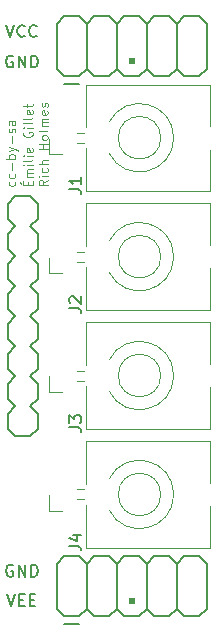
<source format=gbr>
G04 #@! TF.GenerationSoftware,KiCad,Pcbnew,5.1.5-52549c5~84~ubuntu18.04.1*
G04 #@! TF.CreationDate,2020-03-23T11:22:08-04:00*
G04 #@! TF.ProjectId,bbf-eurojacks-thonkiconn,6262662d-6575-4726-9f6a-61636b732d74,rev?*
G04 #@! TF.SameCoordinates,Original*
G04 #@! TF.FileFunction,Legend,Top*
G04 #@! TF.FilePolarity,Positive*
%FSLAX46Y46*%
G04 Gerber Fmt 4.6, Leading zero omitted, Abs format (unit mm)*
G04 Created by KiCad (PCBNEW 5.1.5-52549c5~84~ubuntu18.04.1) date 2020-03-23 11:22:08*
%MOMM*%
%LPD*%
G04 APERTURE LIST*
%ADD10C,0.150000*%
%ADD11C,0.121920*%
%ADD12C,0.100000*%
%ADD13C,0.203200*%
%ADD14C,0.152400*%
%ADD15C,0.120000*%
G04 APERTURE END LIST*
D10*
X141461904Y-128552380D02*
X141795238Y-129552380D01*
X142128571Y-128552380D01*
X142461904Y-129028571D02*
X142795238Y-129028571D01*
X142938095Y-129552380D02*
X142461904Y-129552380D01*
X142461904Y-128552380D01*
X142938095Y-128552380D01*
X143366666Y-129028571D02*
X143700000Y-129028571D01*
X143842857Y-129552380D02*
X143366666Y-129552380D01*
X143366666Y-128552380D01*
X143842857Y-128552380D01*
X141938095Y-126100000D02*
X141842857Y-126052380D01*
X141700000Y-126052380D01*
X141557142Y-126100000D01*
X141461904Y-126195238D01*
X141414285Y-126290476D01*
X141366666Y-126480952D01*
X141366666Y-126623809D01*
X141414285Y-126814285D01*
X141461904Y-126909523D01*
X141557142Y-127004761D01*
X141700000Y-127052380D01*
X141795238Y-127052380D01*
X141938095Y-127004761D01*
X141985714Y-126957142D01*
X141985714Y-126623809D01*
X141795238Y-126623809D01*
X142414285Y-127052380D02*
X142414285Y-126052380D01*
X142985714Y-127052380D01*
X142985714Y-126052380D01*
X143461904Y-127052380D02*
X143461904Y-126052380D01*
X143700000Y-126052380D01*
X143842857Y-126100000D01*
X143938095Y-126195238D01*
X143985714Y-126290476D01*
X144033333Y-126480952D01*
X144033333Y-126623809D01*
X143985714Y-126814285D01*
X143938095Y-126909523D01*
X143842857Y-127004761D01*
X143700000Y-127052380D01*
X143461904Y-127052380D01*
X141938095Y-83000000D02*
X141842857Y-82952380D01*
X141700000Y-82952380D01*
X141557142Y-83000000D01*
X141461904Y-83095238D01*
X141414285Y-83190476D01*
X141366666Y-83380952D01*
X141366666Y-83523809D01*
X141414285Y-83714285D01*
X141461904Y-83809523D01*
X141557142Y-83904761D01*
X141700000Y-83952380D01*
X141795238Y-83952380D01*
X141938095Y-83904761D01*
X141985714Y-83857142D01*
X141985714Y-83523809D01*
X141795238Y-83523809D01*
X142414285Y-83952380D02*
X142414285Y-82952380D01*
X142985714Y-83952380D01*
X142985714Y-82952380D01*
X143461904Y-83952380D02*
X143461904Y-82952380D01*
X143700000Y-82952380D01*
X143842857Y-83000000D01*
X143938095Y-83095238D01*
X143985714Y-83190476D01*
X144033333Y-83380952D01*
X144033333Y-83523809D01*
X143985714Y-83714285D01*
X143938095Y-83809523D01*
X143842857Y-83904761D01*
X143700000Y-83952380D01*
X143461904Y-83952380D01*
X141366666Y-80352380D02*
X141700000Y-81352380D01*
X142033333Y-80352380D01*
X142938095Y-81257142D02*
X142890476Y-81304761D01*
X142747619Y-81352380D01*
X142652380Y-81352380D01*
X142509523Y-81304761D01*
X142414285Y-81209523D01*
X142366666Y-81114285D01*
X142319047Y-80923809D01*
X142319047Y-80780952D01*
X142366666Y-80590476D01*
X142414285Y-80495238D01*
X142509523Y-80400000D01*
X142652380Y-80352380D01*
X142747619Y-80352380D01*
X142890476Y-80400000D01*
X142938095Y-80447619D01*
X143938095Y-81257142D02*
X143890476Y-81304761D01*
X143747619Y-81352380D01*
X143652380Y-81352380D01*
X143509523Y-81304761D01*
X143414285Y-81209523D01*
X143366666Y-81114285D01*
X143319047Y-80923809D01*
X143319047Y-80780952D01*
X143366666Y-80590476D01*
X143414285Y-80495238D01*
X143509523Y-80400000D01*
X143652380Y-80352380D01*
X143747619Y-80352380D01*
X143890476Y-80400000D01*
X143938095Y-80447619D01*
D11*
X143199705Y-93940504D02*
X143199705Y-93683117D01*
X143604170Y-93572809D02*
X143604170Y-93940504D01*
X142832010Y-93940504D01*
X142832010Y-93572809D01*
X142537854Y-93683117D02*
X142648162Y-93793426D01*
X143604170Y-93241883D02*
X143089397Y-93241883D01*
X143162936Y-93241883D02*
X143126166Y-93205113D01*
X143089397Y-93131574D01*
X143089397Y-93021266D01*
X143126166Y-92947727D01*
X143199705Y-92910957D01*
X143604170Y-92910957D01*
X143199705Y-92910957D02*
X143126166Y-92874188D01*
X143089397Y-92800649D01*
X143089397Y-92690340D01*
X143126166Y-92616801D01*
X143199705Y-92580032D01*
X143604170Y-92580032D01*
X143604170Y-92212336D02*
X143089397Y-92212336D01*
X142832010Y-92212336D02*
X142868780Y-92249106D01*
X142905549Y-92212336D01*
X142868780Y-92175567D01*
X142832010Y-92212336D01*
X142905549Y-92212336D01*
X143604170Y-91734332D02*
X143567400Y-91807872D01*
X143493861Y-91844641D01*
X142832010Y-91844641D01*
X143604170Y-91440176D02*
X143089397Y-91440176D01*
X142832010Y-91440176D02*
X142868780Y-91476946D01*
X142905549Y-91440176D01*
X142868780Y-91403407D01*
X142832010Y-91440176D01*
X142905549Y-91440176D01*
X143567400Y-90778325D02*
X143604170Y-90851864D01*
X143604170Y-90998942D01*
X143567400Y-91072481D01*
X143493861Y-91109251D01*
X143199705Y-91109251D01*
X143126166Y-91072481D01*
X143089397Y-90998942D01*
X143089397Y-90851864D01*
X143126166Y-90778325D01*
X143199705Y-90741555D01*
X143273244Y-90741555D01*
X143346783Y-91109251D01*
X142868780Y-89417852D02*
X142832010Y-89491392D01*
X142832010Y-89601700D01*
X142868780Y-89712009D01*
X142942319Y-89785548D01*
X143015858Y-89822317D01*
X143162936Y-89859087D01*
X143273244Y-89859087D01*
X143420322Y-89822317D01*
X143493861Y-89785548D01*
X143567400Y-89712009D01*
X143604170Y-89601700D01*
X143604170Y-89528161D01*
X143567400Y-89417852D01*
X143530631Y-89381083D01*
X143273244Y-89381083D01*
X143273244Y-89528161D01*
X143604170Y-89050157D02*
X143089397Y-89050157D01*
X142832010Y-89050157D02*
X142868780Y-89086927D01*
X142905549Y-89050157D01*
X142868780Y-89013388D01*
X142832010Y-89050157D01*
X142905549Y-89050157D01*
X143604170Y-88572153D02*
X143567400Y-88645692D01*
X143493861Y-88682462D01*
X142832010Y-88682462D01*
X143604170Y-88167689D02*
X143567400Y-88241228D01*
X143493861Y-88277997D01*
X142832010Y-88277997D01*
X143567400Y-87579376D02*
X143604170Y-87652915D01*
X143604170Y-87799993D01*
X143567400Y-87873532D01*
X143493861Y-87910302D01*
X143199705Y-87910302D01*
X143126166Y-87873532D01*
X143089397Y-87799993D01*
X143089397Y-87652915D01*
X143126166Y-87579376D01*
X143199705Y-87542607D01*
X143273244Y-87542607D01*
X143346783Y-87910302D01*
X143089397Y-87321990D02*
X143089397Y-87027833D01*
X142832010Y-87211681D02*
X143493861Y-87211681D01*
X143567400Y-87174912D01*
X143604170Y-87101372D01*
X143604170Y-87027833D01*
X144884330Y-93499270D02*
X144516635Y-93756656D01*
X144884330Y-93940504D02*
X144112170Y-93940504D01*
X144112170Y-93646348D01*
X144148940Y-93572809D01*
X144185709Y-93536039D01*
X144259248Y-93499270D01*
X144369557Y-93499270D01*
X144443096Y-93536039D01*
X144479865Y-93572809D01*
X144516635Y-93646348D01*
X144516635Y-93940504D01*
X144884330Y-93168344D02*
X144369557Y-93168344D01*
X144112170Y-93168344D02*
X144148940Y-93205113D01*
X144185709Y-93168344D01*
X144148940Y-93131574D01*
X144112170Y-93168344D01*
X144185709Y-93168344D01*
X144847560Y-92469723D02*
X144884330Y-92543262D01*
X144884330Y-92690340D01*
X144847560Y-92763879D01*
X144810791Y-92800649D01*
X144737252Y-92837418D01*
X144516635Y-92837418D01*
X144443096Y-92800649D01*
X144406326Y-92763879D01*
X144369557Y-92690340D01*
X144369557Y-92543262D01*
X144406326Y-92469723D01*
X144884330Y-92138797D02*
X144112170Y-92138797D01*
X144884330Y-91807872D02*
X144479865Y-91807872D01*
X144406326Y-91844641D01*
X144369557Y-91918180D01*
X144369557Y-92028489D01*
X144406326Y-92102028D01*
X144443096Y-92138797D01*
X144884330Y-90851864D02*
X144112170Y-90851864D01*
X144479865Y-90851864D02*
X144479865Y-90410630D01*
X144884330Y-90410630D02*
X144112170Y-90410630D01*
X144884330Y-89932626D02*
X144847560Y-90006165D01*
X144810791Y-90042934D01*
X144737252Y-90079704D01*
X144516635Y-90079704D01*
X144443096Y-90042934D01*
X144406326Y-90006165D01*
X144369557Y-89932626D01*
X144369557Y-89822317D01*
X144406326Y-89748778D01*
X144443096Y-89712009D01*
X144516635Y-89675239D01*
X144737252Y-89675239D01*
X144810791Y-89712009D01*
X144847560Y-89748778D01*
X144884330Y-89822317D01*
X144884330Y-89932626D01*
X144884330Y-89234005D02*
X144847560Y-89307544D01*
X144774021Y-89344313D01*
X144112170Y-89344313D01*
X144884330Y-88939849D02*
X144369557Y-88939849D01*
X144443096Y-88939849D02*
X144406326Y-88903079D01*
X144369557Y-88829540D01*
X144369557Y-88719232D01*
X144406326Y-88645692D01*
X144479865Y-88608923D01*
X144884330Y-88608923D01*
X144479865Y-88608923D02*
X144406326Y-88572153D01*
X144369557Y-88498614D01*
X144369557Y-88388306D01*
X144406326Y-88314767D01*
X144479865Y-88277997D01*
X144884330Y-88277997D01*
X144847560Y-87616146D02*
X144884330Y-87689685D01*
X144884330Y-87836763D01*
X144847560Y-87910302D01*
X144774021Y-87947072D01*
X144479865Y-87947072D01*
X144406326Y-87910302D01*
X144369557Y-87836763D01*
X144369557Y-87689685D01*
X144406326Y-87616146D01*
X144479865Y-87579376D01*
X144553404Y-87579376D01*
X144626943Y-87947072D01*
X144847560Y-87285220D02*
X144884330Y-87211681D01*
X144884330Y-87064603D01*
X144847560Y-86991064D01*
X144774021Y-86954294D01*
X144737252Y-86954294D01*
X144663713Y-86991064D01*
X144626943Y-87064603D01*
X144626943Y-87174912D01*
X144590174Y-87248451D01*
X144516635Y-87285220D01*
X144479865Y-87285220D01*
X144406326Y-87248451D01*
X144369557Y-87174912D01*
X144369557Y-87064603D01*
X144406326Y-86991064D01*
X142077560Y-93609578D02*
X142114330Y-93683117D01*
X142114330Y-93830195D01*
X142077560Y-93903734D01*
X142040791Y-93940504D01*
X141967252Y-93977273D01*
X141746635Y-93977273D01*
X141673096Y-93940504D01*
X141636326Y-93903734D01*
X141599557Y-93830195D01*
X141599557Y-93683117D01*
X141636326Y-93609578D01*
X142077560Y-92947727D02*
X142114330Y-93021266D01*
X142114330Y-93168344D01*
X142077560Y-93241883D01*
X142040791Y-93278652D01*
X141967252Y-93315422D01*
X141746635Y-93315422D01*
X141673096Y-93278652D01*
X141636326Y-93241883D01*
X141599557Y-93168344D01*
X141599557Y-93021266D01*
X141636326Y-92947727D01*
X141820174Y-92616801D02*
X141820174Y-92028489D01*
X142114330Y-91660793D02*
X141342170Y-91660793D01*
X141636326Y-91660793D02*
X141599557Y-91587254D01*
X141599557Y-91440176D01*
X141636326Y-91366637D01*
X141673096Y-91329868D01*
X141746635Y-91293098D01*
X141967252Y-91293098D01*
X142040791Y-91329868D01*
X142077560Y-91366637D01*
X142114330Y-91440176D01*
X142114330Y-91587254D01*
X142077560Y-91660793D01*
X141599557Y-91035712D02*
X142114330Y-90851864D01*
X141599557Y-90668016D02*
X142114330Y-90851864D01*
X142298178Y-90925403D01*
X142334947Y-90962172D01*
X142371717Y-91035712D01*
X141820174Y-90373860D02*
X141820174Y-89785548D01*
X142077560Y-89454622D02*
X142114330Y-89381083D01*
X142114330Y-89234005D01*
X142077560Y-89160466D01*
X142004021Y-89123696D01*
X141967252Y-89123696D01*
X141893713Y-89160466D01*
X141856943Y-89234005D01*
X141856943Y-89344313D01*
X141820174Y-89417852D01*
X141746635Y-89454622D01*
X141709865Y-89454622D01*
X141636326Y-89417852D01*
X141599557Y-89344313D01*
X141599557Y-89234005D01*
X141636326Y-89160466D01*
X142114330Y-88461845D02*
X141709865Y-88461845D01*
X141636326Y-88498614D01*
X141599557Y-88572153D01*
X141599557Y-88719232D01*
X141636326Y-88792771D01*
X142077560Y-88461845D02*
X142114330Y-88535384D01*
X142114330Y-88719232D01*
X142077560Y-88792771D01*
X142004021Y-88829540D01*
X141930482Y-88829540D01*
X141856943Y-88792771D01*
X141820174Y-88719232D01*
X141820174Y-88535384D01*
X141783404Y-88461845D01*
D12*
G36*
X152255100Y-129382600D02*
G01*
X152255100Y-128874600D01*
X151747100Y-128874600D01*
X151747100Y-129382600D01*
X152255100Y-129382600D01*
G37*
D13*
X146286100Y-131033600D02*
X147556100Y-131033600D01*
D14*
X156446100Y-130398600D02*
X157716100Y-130398600D01*
X158351100Y-125953600D02*
X158351100Y-129763600D01*
X157716100Y-125318600D02*
X158351100Y-125953600D01*
X156446100Y-125318600D02*
X157716100Y-125318600D01*
X155811100Y-125953600D02*
X156446100Y-125318600D01*
X157716100Y-130398600D02*
X158351100Y-129763600D01*
X155811100Y-129763600D02*
X156446100Y-130398600D01*
X146286100Y-130398600D02*
X147556100Y-130398600D01*
X148826100Y-130398600D02*
X150096100Y-130398600D01*
X151366100Y-130398600D02*
X152636100Y-130398600D01*
X153906100Y-130398600D02*
X155176100Y-130398600D01*
X155811100Y-125953600D02*
X155811100Y-129763600D01*
X153271100Y-125953600D02*
X153271100Y-129763600D01*
X150731100Y-125953600D02*
X150731100Y-129763600D01*
X148191100Y-125953600D02*
X148191100Y-129763600D01*
X155176100Y-125318600D02*
X155811100Y-125953600D01*
X153906100Y-125318600D02*
X155176100Y-125318600D01*
X153271100Y-125953600D02*
X153906100Y-125318600D01*
X152636100Y-125318600D02*
X153271100Y-125953600D01*
X151366100Y-125318600D02*
X152636100Y-125318600D01*
X150731100Y-125953600D02*
X151366100Y-125318600D01*
X150096100Y-125318600D02*
X150731100Y-125953600D01*
X148826100Y-125318600D02*
X150096100Y-125318600D01*
X148191100Y-125953600D02*
X148826100Y-125318600D01*
X147556100Y-125318600D02*
X148191100Y-125953600D01*
X146286100Y-125318600D02*
X147556100Y-125318600D01*
X145651100Y-125953600D02*
X146286100Y-125318600D01*
X145651100Y-129763600D02*
X145651100Y-125953600D01*
X155176100Y-130398600D02*
X155811100Y-129763600D01*
X153271100Y-129763600D02*
X153906100Y-130398600D01*
X152636100Y-130398600D02*
X153271100Y-129763600D01*
X150731100Y-129763600D02*
X151366100Y-130398600D01*
X150096100Y-130398600D02*
X150731100Y-129763600D01*
X148191100Y-129763600D02*
X148826100Y-130398600D01*
X147556100Y-130398600D02*
X148191100Y-129763600D01*
X145651100Y-129763600D02*
X146286100Y-130398600D01*
D15*
X148156100Y-124603600D02*
X158656100Y-124603600D01*
X148156100Y-115603600D02*
X158656100Y-115603600D01*
X150067523Y-121399863D02*
G75*
G03X155551100Y-120103600I2588577J1296263D01*
G01*
X150067523Y-118807337D02*
G75*
G02X155551100Y-120103600I2588577J-1296263D01*
G01*
X158656100Y-115603600D02*
X158656100Y-119103600D01*
X158656100Y-121103600D02*
X158656100Y-124603600D01*
X148156100Y-115603600D02*
X148156100Y-119203600D01*
X148156100Y-121003600D02*
X148156100Y-124603600D01*
X154456100Y-120103600D02*
G75*
G03X154456100Y-120103600I-1800000J0D01*
G01*
X147376100Y-120523600D02*
X147976100Y-120523600D01*
X147376100Y-119683600D02*
X147976100Y-119683600D01*
X144996100Y-121503600D02*
X146096100Y-121503600D01*
X144996100Y-121503600D02*
X144996100Y-120183600D01*
X148156100Y-114535732D02*
X158656100Y-114535732D01*
X148156100Y-105535732D02*
X158656100Y-105535732D01*
X150067523Y-111331995D02*
G75*
G03X155551100Y-110035732I2588577J1296263D01*
G01*
X150067523Y-108739469D02*
G75*
G02X155551100Y-110035732I2588577J-1296263D01*
G01*
X158656100Y-105535732D02*
X158656100Y-109035732D01*
X158656100Y-111035732D02*
X158656100Y-114535732D01*
X148156100Y-105535732D02*
X148156100Y-109135732D01*
X148156100Y-110935732D02*
X148156100Y-114535732D01*
X154456100Y-110035732D02*
G75*
G03X154456100Y-110035732I-1800000J0D01*
G01*
X147376100Y-110455732D02*
X147976100Y-110455732D01*
X147376100Y-109615732D02*
X147976100Y-109615732D01*
X144996100Y-111435732D02*
X146096100Y-111435732D01*
X144996100Y-111435732D02*
X144996100Y-110115732D01*
X148156100Y-104467866D02*
X158656100Y-104467866D01*
X148156100Y-95467866D02*
X158656100Y-95467866D01*
X150067523Y-101264129D02*
G75*
G03X155551100Y-99967866I2588577J1296263D01*
G01*
X150067523Y-98671603D02*
G75*
G02X155551100Y-99967866I2588577J-1296263D01*
G01*
X158656100Y-95467866D02*
X158656100Y-98967866D01*
X158656100Y-100967866D02*
X158656100Y-104467866D01*
X148156100Y-95467866D02*
X148156100Y-99067866D01*
X148156100Y-100867866D02*
X148156100Y-104467866D01*
X154456100Y-99967866D02*
G75*
G03X154456100Y-99967866I-1800000J0D01*
G01*
X147376100Y-100387866D02*
X147976100Y-100387866D01*
X147376100Y-99547866D02*
X147976100Y-99547866D01*
X144996100Y-101367866D02*
X146096100Y-101367866D01*
X144996100Y-101367866D02*
X144996100Y-100047866D01*
X148156100Y-94400000D02*
X158656100Y-94400000D01*
X148156100Y-85400000D02*
X158656100Y-85400000D01*
X150067523Y-91196263D02*
G75*
G03X155551100Y-89900000I2588577J1296263D01*
G01*
X150067523Y-88603737D02*
G75*
G02X155551100Y-89900000I2588577J-1296263D01*
G01*
X158656100Y-85400000D02*
X158656100Y-88900000D01*
X158656100Y-90900000D02*
X158656100Y-94400000D01*
X148156100Y-85400000D02*
X148156100Y-89000000D01*
X148156100Y-90800000D02*
X148156100Y-94400000D01*
X154456100Y-89900000D02*
G75*
G03X154456100Y-89900000I-1800000J0D01*
G01*
X147376100Y-90320000D02*
X147976100Y-90320000D01*
X147376100Y-89480000D02*
X147976100Y-89480000D01*
X144996100Y-91300000D02*
X146096100Y-91300000D01*
X144996100Y-91300000D02*
X144996100Y-89980000D01*
D12*
G36*
X152255100Y-83662600D02*
G01*
X152255100Y-83154600D01*
X151747100Y-83154600D01*
X151747100Y-83662600D01*
X152255100Y-83662600D01*
G37*
D13*
X146286100Y-85313600D02*
X147556100Y-85313600D01*
D14*
X156446100Y-84678600D02*
X157716100Y-84678600D01*
X158351100Y-80233600D02*
X158351100Y-84043600D01*
X157716100Y-79598600D02*
X158351100Y-80233600D01*
X156446100Y-79598600D02*
X157716100Y-79598600D01*
X155811100Y-80233600D02*
X156446100Y-79598600D01*
X157716100Y-84678600D02*
X158351100Y-84043600D01*
X155811100Y-84043600D02*
X156446100Y-84678600D01*
X146286100Y-84678600D02*
X147556100Y-84678600D01*
X148826100Y-84678600D02*
X150096100Y-84678600D01*
X151366100Y-84678600D02*
X152636100Y-84678600D01*
X153906100Y-84678600D02*
X155176100Y-84678600D01*
X155811100Y-80233600D02*
X155811100Y-84043600D01*
X153271100Y-80233600D02*
X153271100Y-84043600D01*
X150731100Y-80233600D02*
X150731100Y-84043600D01*
X148191100Y-80233600D02*
X148191100Y-84043600D01*
X155176100Y-79598600D02*
X155811100Y-80233600D01*
X153906100Y-79598600D02*
X155176100Y-79598600D01*
X153271100Y-80233600D02*
X153906100Y-79598600D01*
X152636100Y-79598600D02*
X153271100Y-80233600D01*
X151366100Y-79598600D02*
X152636100Y-79598600D01*
X150731100Y-80233600D02*
X151366100Y-79598600D01*
X150096100Y-79598600D02*
X150731100Y-80233600D01*
X148826100Y-79598600D02*
X150096100Y-79598600D01*
X148191100Y-80233600D02*
X148826100Y-79598600D01*
X147556100Y-79598600D02*
X148191100Y-80233600D01*
X146286100Y-79598600D02*
X147556100Y-79598600D01*
X145651100Y-80233600D02*
X146286100Y-79598600D01*
X145651100Y-84043600D02*
X145651100Y-80233600D01*
X155176100Y-84678600D02*
X155811100Y-84043600D01*
X153271100Y-84043600D02*
X153906100Y-84678600D01*
X152636100Y-84678600D02*
X153271100Y-84043600D01*
X150731100Y-84043600D02*
X151366100Y-84678600D01*
X150096100Y-84678600D02*
X150731100Y-84043600D01*
X148191100Y-84043600D02*
X148826100Y-84678600D01*
X147556100Y-84678600D02*
X148191100Y-84043600D01*
X145651100Y-84043600D02*
X146286100Y-84678600D01*
D13*
X144056100Y-95473600D02*
X144056100Y-96743600D01*
X143421100Y-97378600D02*
X144056100Y-96743600D01*
X141516100Y-96743600D02*
X142151100Y-97378600D01*
X143421100Y-94838600D02*
X144056100Y-95473600D01*
X142151100Y-94838600D02*
X143421100Y-94838600D01*
X141516100Y-95473600D02*
X142151100Y-94838600D01*
X141516100Y-96743600D02*
X141516100Y-95473600D01*
X144056100Y-113253600D02*
X144056100Y-114523600D01*
X143421100Y-115158600D02*
X144056100Y-114523600D01*
X141516100Y-114523600D02*
X142151100Y-115158600D01*
X142151100Y-115158600D02*
X143421100Y-115158600D01*
X144056100Y-111983600D02*
X143421100Y-112618600D01*
X144056100Y-110713600D02*
X144056100Y-111983600D01*
X143421100Y-110078600D02*
X144056100Y-110713600D01*
X141516100Y-110713600D02*
X142151100Y-110078600D01*
X141516100Y-111983600D02*
X141516100Y-110713600D01*
X142151100Y-112618600D02*
X141516100Y-111983600D01*
X143421100Y-112618600D02*
X144056100Y-113253600D01*
X141516100Y-113253600D02*
X142151100Y-112618600D01*
X141516100Y-114523600D02*
X141516100Y-113253600D01*
X144056100Y-105633600D02*
X144056100Y-106903600D01*
X143421100Y-107538600D02*
X144056100Y-106903600D01*
X141516100Y-106903600D02*
X142151100Y-107538600D01*
X144056100Y-109443600D02*
X143421100Y-110078600D01*
X144056100Y-108173600D02*
X144056100Y-109443600D01*
X143421100Y-107538600D02*
X144056100Y-108173600D01*
X141516100Y-108173600D02*
X142151100Y-107538600D01*
X141516100Y-109443600D02*
X141516100Y-108173600D01*
X142151100Y-110078600D02*
X141516100Y-109443600D01*
X144056100Y-104363600D02*
X143421100Y-104998600D01*
X144056100Y-103093600D02*
X144056100Y-104363600D01*
X143421100Y-102458600D02*
X144056100Y-103093600D01*
X141516100Y-103093600D02*
X142151100Y-102458600D01*
X141516100Y-104363600D02*
X141516100Y-103093600D01*
X142151100Y-104998600D02*
X141516100Y-104363600D01*
X143421100Y-104998600D02*
X144056100Y-105633600D01*
X141516100Y-105633600D02*
X142151100Y-104998600D01*
X141516100Y-106903600D02*
X141516100Y-105633600D01*
X144056100Y-98013600D02*
X144056100Y-99283600D01*
X143421100Y-99918600D02*
X144056100Y-99283600D01*
X141516100Y-99283600D02*
X142151100Y-99918600D01*
X144056100Y-101823600D02*
X143421100Y-102458600D01*
X144056100Y-100553600D02*
X144056100Y-101823600D01*
X143421100Y-99918600D02*
X144056100Y-100553600D01*
X141516100Y-100553600D02*
X142151100Y-99918600D01*
X141516100Y-101823600D02*
X141516100Y-100553600D01*
X142151100Y-102458600D02*
X141516100Y-101823600D01*
X143421100Y-97378600D02*
X144056100Y-98013600D01*
X141516100Y-98013600D02*
X142151100Y-97378600D01*
X141516100Y-99283600D02*
X141516100Y-98013600D01*
D10*
X146708480Y-124466933D02*
X147422766Y-124466933D01*
X147565623Y-124514552D01*
X147660861Y-124609790D01*
X147708480Y-124752647D01*
X147708480Y-124847885D01*
X147041814Y-123562171D02*
X147708480Y-123562171D01*
X146660861Y-123800266D02*
X147375147Y-124038361D01*
X147375147Y-123419314D01*
X146708480Y-114399065D02*
X147422766Y-114399065D01*
X147565623Y-114446684D01*
X147660861Y-114541922D01*
X147708480Y-114684779D01*
X147708480Y-114780017D01*
X146708480Y-114018112D02*
X146708480Y-113399065D01*
X147089433Y-113732398D01*
X147089433Y-113589541D01*
X147137052Y-113494303D01*
X147184671Y-113446684D01*
X147279909Y-113399065D01*
X147518004Y-113399065D01*
X147613242Y-113446684D01*
X147660861Y-113494303D01*
X147708480Y-113589541D01*
X147708480Y-113875255D01*
X147660861Y-113970493D01*
X147613242Y-114018112D01*
X146708480Y-104331199D02*
X147422766Y-104331199D01*
X147565623Y-104378818D01*
X147660861Y-104474056D01*
X147708480Y-104616913D01*
X147708480Y-104712151D01*
X146803719Y-103902627D02*
X146756100Y-103855008D01*
X146708480Y-103759770D01*
X146708480Y-103521675D01*
X146756100Y-103426437D01*
X146803719Y-103378818D01*
X146898957Y-103331199D01*
X146994195Y-103331199D01*
X147137052Y-103378818D01*
X147708480Y-103950246D01*
X147708480Y-103331199D01*
X146708480Y-94263333D02*
X147422766Y-94263333D01*
X147565623Y-94310952D01*
X147660861Y-94406190D01*
X147708480Y-94549047D01*
X147708480Y-94644285D01*
X147708480Y-93263333D02*
X147708480Y-93834761D01*
X147708480Y-93549047D02*
X146708480Y-93549047D01*
X146851338Y-93644285D01*
X146946576Y-93739523D01*
X146994195Y-93834761D01*
M02*

</source>
